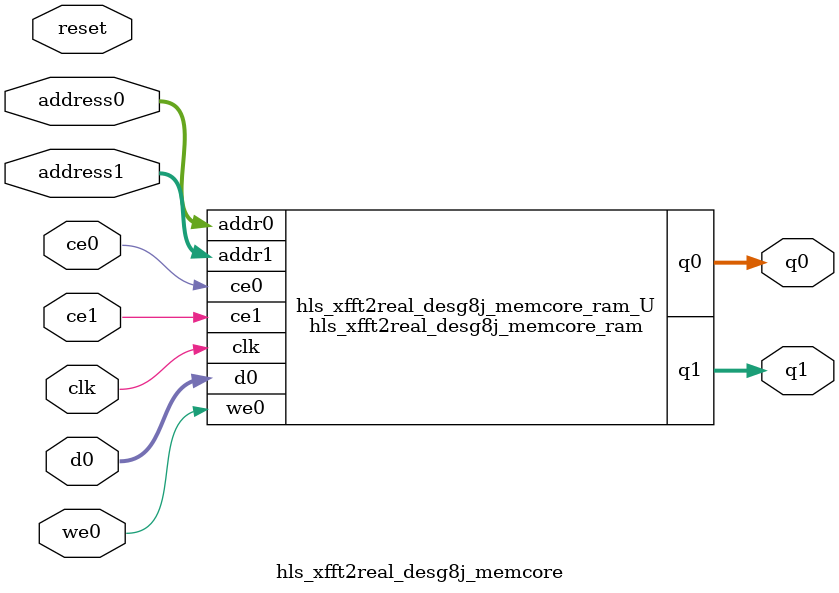
<source format=v>
`timescale 1 ns / 1 ps
module hls_xfft2real_desg8j_memcore_ram (addr0, ce0, d0, we0, q0, addr1, ce1, q1,  clk);

parameter DWIDTH = 16;
parameter AWIDTH = 8;
parameter MEM_SIZE = 256;

input[AWIDTH-1:0] addr0;
input ce0;
input[DWIDTH-1:0] d0;
input we0;
output reg[DWIDTH-1:0] q0;
input[AWIDTH-1:0] addr1;
input ce1;
output reg[DWIDTH-1:0] q1;
input clk;

(* ram_style = "block" *)reg [DWIDTH-1:0] ram[0:MEM_SIZE-1];




always @(posedge clk)  
begin 
    if (ce0) begin
        if (we0) 
            ram[addr0] <= d0; 
        q0 <= ram[addr0];
    end
end


always @(posedge clk)  
begin 
    if (ce1) begin
        q1 <= ram[addr1];
    end
end


endmodule

`timescale 1 ns / 1 ps
module hls_xfft2real_desg8j_memcore(
    reset,
    clk,
    address0,
    ce0,
    we0,
    d0,
    q0,
    address1,
    ce1,
    q1);

parameter DataWidth = 32'd16;
parameter AddressRange = 32'd256;
parameter AddressWidth = 32'd8;
input reset;
input clk;
input[AddressWidth - 1:0] address0;
input ce0;
input we0;
input[DataWidth - 1:0] d0;
output[DataWidth - 1:0] q0;
input[AddressWidth - 1:0] address1;
input ce1;
output[DataWidth - 1:0] q1;



hls_xfft2real_desg8j_memcore_ram hls_xfft2real_desg8j_memcore_ram_U(
    .clk( clk ),
    .addr0( address0 ),
    .ce0( ce0 ),
    .we0( we0 ),
    .d0( d0 ),
    .q0( q0 ),
    .addr1( address1 ),
    .ce1( ce1 ),
    .q1( q1 ));

endmodule


</source>
